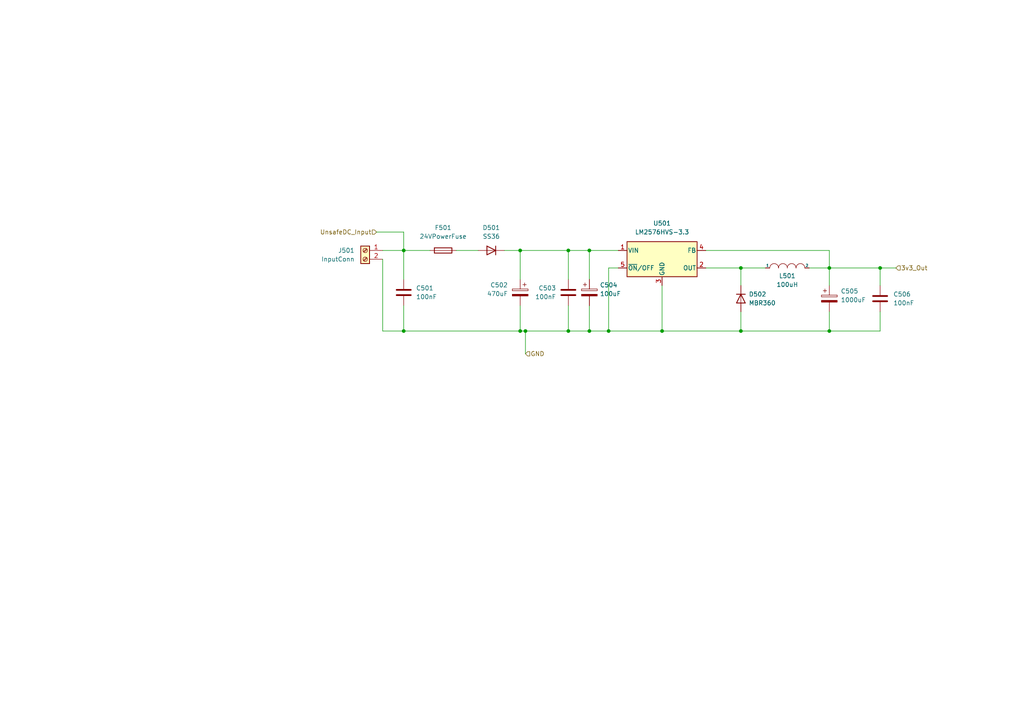
<source format=kicad_sch>
(kicad_sch (version 20211123) (generator eeschema)
  (paper "A4")
  (lib_symbols
    (symbol "Connector:Screw_Terminal_01x02" (pin_names (offset 1.016) hide)
      (property "Reference" "J" (at 0 2.54 0))
      (property "Value" "Screw_Terminal_01x02" (at 0 -5.08 0))
      (symbol "Screw_Terminal_01x02_1_1"
        (rectangle (start -1.27 1.27) (end 1.27 -3.81) (stroke (width 0.254)) (fill (type background)))
        (circle (center 0 -2.54) (radius 0.635) (stroke (width 0.1524)))
        (polyline (pts (xy -0.5334 -2.2098) (xy 0.3302 -3.048)) (stroke (width 0.1524)))
        (polyline (pts (xy -0.5334 0.3302) (xy 0.3302 -0.508)) (stroke (width 0.1524)))
        (polyline (pts (xy -0.3556 -2.032) (xy 0.508 -2.8702)) (stroke (width 0.1524)))
        (polyline (pts (xy -0.3556 0.508) (xy 0.508 -0.3302)) (stroke (width 0.1524)))
        (circle (center 0 0) (radius 0.635) (stroke (width 0.1524)))
        (pin passive line (at -5.08 0 0) (length 3.81) (name "Pin_1") (number "1"))
        (pin passive line (at -5.08 -2.54 0) (length 3.81) (name "Pin_2") (number "2"))
      )
    )
    (symbol "Device:C" (pin_numbers hide) (pin_names (offset 0.254))
      (property "Reference" "C" (at 0.635 2.54 0))
      (property "Value" "C" (at 0.635 -2.54 0))
      (symbol "C_0_1"
        (polyline (pts (xy -2.032 -0.762) (xy 2.032 -0.762)) (stroke (width 0.508)))
        (polyline (pts (xy -2.032 0.762) (xy 2.032 0.762)) (stroke (width 0.508)))
      )
      (symbol "C_1_1"
        (pin passive line (at 0 3.81 270) (length 2.794) (name "~") (number "1"))
        (pin passive line (at 0 -3.81 90) (length 2.794) (name "~") (number "2"))
      )
    )
    (symbol "Device:C_Polarized" (pin_numbers hide) (pin_names (offset 0.254))
      (property "Reference" "C" (at 0.635 2.54 0))
      (property "Value" "C_Polarized" (at 0.635 -2.54 0))
      (symbol "C_Polarized_0_1"
        (rectangle (start -2.286 0.508) (end 2.286 1.016))
        (polyline (pts (xy -1.778 2.286) (xy -0.762 2.286)))
        (polyline (pts (xy -1.27 2.794) (xy -1.27 1.778)))
        (rectangle (start 2.286 -0.508) (end -2.286 -1.016) (fill (type outline)))
      )
      (symbol "C_Polarized_1_1"
        (pin passive line (at 0 3.81 270) (length 2.794) (name "~") (number "1"))
        (pin passive line (at 0 -3.81 90) (length 2.794) (name "~") (number "2"))
      )
    )
    (symbol "Device:Fuse" (pin_numbers hide) (pin_names (offset 0))
      (property "Reference" "F" (at 2.032 0 90))
      (property "Value" "Fuse" (at -1.905 0 90))
      (symbol "Fuse_0_1"
        (rectangle (start -0.762 -2.54) (end 0.762 2.54) (stroke (width 0.254)))
        (polyline (pts (xy 0 2.54) (xy 0 -2.54)))
      )
      (symbol "Fuse_1_1"
        (pin passive line (at 0 3.81 270) (length 1.27) (name "~") (number "1"))
        (pin passive line (at 0 -3.81 90) (length 1.27) (name "~") (number "2"))
      )
    )
    (symbol "Diode:1N4148" (pin_numbers hide) (pin_names (offset 1.016) hide)
      (property "Reference" "D" (at 0 2.54 0))
      (property "Value" "1N4148" (at 0 -2.54 0))
      (symbol "1N4148_0_1"
        (polyline (pts (xy -1.27 1.27) (xy -1.27 -1.27)) (stroke (width 0.254)))
        (polyline (pts (xy 1.27 0) (xy -1.27 0)))
        (polyline (pts (xy 1.27 1.27) (xy 1.27 -1.27) (xy -1.27 0) (xy 1.27 1.27)) (stroke (width 0.254)))
      )
      (symbol "1N4148_1_1"
        (pin passive line (at -3.81 0 0) (length 2.54) (name "K") (number "1"))
        (pin passive line (at 3.81 0 180) (length 2.54) (name "A") (number "2"))
      )
    )
    (symbol "Regulator_Switching:LM2576HVS-3.3" (pin_names (offset 0.254))
      (property "Reference" "U" (at -10.16 6.35 0))
      (property "Value" "LM2576HVS-3.3" (at 0 6.35 0))
      (symbol "LM2576HVS-3.3_0_1"
        (rectangle (start -10.16 5.08) (end 10.16 -5.08) (stroke (width 0.254)) (fill (type background)))
      )
      (symbol "LM2576HVS-3.3_1_1"
        (pin power_in line (at -12.7 2.54 0) (length 2.54) (name "VIN") (number "1"))
        (pin output line (at 12.7 -2.54 180) (length 2.54) (name "OUT") (number "2"))
        (pin power_in line (at 0 -7.62 90) (length 2.54) (name "GND") (number "3"))
        (pin input line (at 12.7 2.54 180) (length 2.54) (name "FB") (number "4"))
        (pin input line (at -12.7 -2.54 0) (length 2.54) (name "~{ON}/OFF") (number "5"))
      )
    )
    (symbol "pspice:INDUCTOR" (pin_numbers hide) (pin_names (offset 0))
      (property "Reference" "L" (at 0 2.54 0))
      (property "Value" "INDUCTOR" (at 0 -1.27 0))
      (symbol "INDUCTOR_0_1"
        (arc (start -2.54 0) (mid -3.81 1.27) (end -5.08 0))
        (arc (start 0 0) (mid -1.27 1.27) (end -2.54 0))
        (arc (start 2.54 0) (mid 1.27 1.27) (end 0 0))
        (arc (start 5.08 0) (mid 3.81 1.27) (end 2.54 0))
      )
      (symbol "INDUCTOR_1_1"
        (pin input line (at -6.35 0 0) (length 1.27) (name "1") (number "1"))
        (pin input line (at 6.35 0 180) (length 1.27) (name "2") (number "2"))
      )
    )
  )
  (junction (at 152.4 96.012))
  (junction (at 150.876 96.012))
  (junction (at 170.942 96.012))
  (junction (at 164.846 72.644))
  (junction (at 164.846 96.012))
  (junction (at 150.876 72.644))
  (junction (at 240.538 77.724))
  (junction (at 192.024 96.012))
  (junction (at 255.27 77.724))
  (junction (at 117.094 72.644))
  (junction (at 214.884 77.724))
  (junction (at 176.53 96.012))
  (junction (at 117.094 96.012))
  (junction (at 214.884 96.012))
  (junction (at 240.538 96.012))
  (junction (at 170.942 72.644))
  (wire (pts (xy 176.53 77.724) (xy 176.53 96.012)))
  (wire (pts (xy 240.538 90.424) (xy 240.538 96.012)))
  (wire (pts (xy 214.884 82.804) (xy 214.884 77.724)))
  (wire (pts (xy 255.27 90.424) (xy 255.27 96.012)))
  (wire (pts (xy 109.22 67.31) (xy 117.094 67.31)))
  (wire (pts (xy 117.094 88.646) (xy 117.094 96.012)))
  (wire (pts (xy 176.53 96.012) (xy 192.024 96.012)))
  (wire (pts (xy 110.998 75.184) (xy 110.998 96.012)))
  (wire (pts (xy 152.4 96.012) (xy 152.4 102.616)))
  (wire (pts (xy 150.876 72.644) (xy 146.304 72.644)))
  (wire (pts (xy 221.996 77.724) (xy 214.884 77.724)))
  (wire (pts (xy 117.094 67.31) (xy 117.094 72.644)))
  (wire (pts (xy 170.942 72.644) (xy 179.324 72.644)))
  (wire (pts (xy 150.876 88.646) (xy 150.876 96.012)))
  (wire (pts (xy 240.538 72.644) (xy 240.538 77.724)))
  (wire (pts (xy 240.538 77.724) (xy 255.27 77.724)))
  (wire (pts (xy 255.27 96.012) (xy 240.538 96.012)))
  (wire (pts (xy 164.846 72.644) (xy 170.942 72.644)))
  (wire (pts (xy 164.846 81.026) (xy 164.846 72.644)))
  (wire (pts (xy 152.4 96.012) (xy 164.846 96.012)))
  (wire (pts (xy 214.884 90.424) (xy 214.884 96.012)))
  (wire (pts (xy 240.538 77.724) (xy 240.538 82.804)))
  (wire (pts (xy 117.094 72.644) (xy 110.998 72.644)))
  (wire (pts (xy 150.876 96.012) (xy 117.094 96.012)))
  (wire (pts (xy 124.714 72.644) (xy 117.094 72.644)))
  (wire (pts (xy 150.876 72.644) (xy 164.846 72.644)))
  (wire (pts (xy 110.998 96.012) (xy 117.094 96.012)))
  (wire (pts (xy 176.53 77.724) (xy 179.324 77.724)))
  (wire (pts (xy 170.942 81.026) (xy 170.942 72.644)))
  (wire (pts (xy 150.876 72.644) (xy 150.876 81.026)))
  (wire (pts (xy 138.684 72.644) (xy 132.334 72.644)))
  (wire (pts (xy 204.724 77.724) (xy 214.884 77.724)))
  (wire (pts (xy 164.846 96.012) (xy 170.942 96.012)))
  (wire (pts (xy 150.876 96.012) (xy 152.4 96.012)))
  (wire (pts (xy 170.942 96.012) (xy 176.53 96.012)))
  (wire (pts (xy 214.884 96.012) (xy 240.538 96.012)))
  (wire (pts (xy 192.024 82.804) (xy 192.024 96.012)))
  (wire (pts (xy 255.27 82.804) (xy 255.27 77.724)))
  (wire (pts (xy 255.27 77.724) (xy 259.842 77.724)))
  (wire (pts (xy 204.724 72.644) (xy 240.538 72.644)))
  (wire (pts (xy 234.696 77.724) (xy 240.538 77.724)))
  (wire (pts (xy 170.942 88.646) (xy 170.942 96.012)))
  (wire (pts (xy 164.846 88.646) (xy 164.846 96.012)))
  (wire (pts (xy 117.094 72.644) (xy 117.094 81.026)))
  (wire (pts (xy 192.024 96.012) (xy 214.884 96.012)))
  (hierarchical_label "GND" (shape input) (at 152.4 102.616 0))
  (hierarchical_label "3v3_Out" (shape input) (at 259.842 77.724 0))
  (hierarchical_label "UnsafeDC_Input" (shape input) (at 109.22 67.31 180))
  (symbol (lib_id "Device:C_Polarized") (at 150.876 84.836 0) (mirror y) (unit 1)
    (property "Reference" "C502" (at 147.32 82.6769 0) (effects (justify left)))
    (property "Value" "470uF" (at 147.32 85.2169 0) (effects (justify left)))
    (property "Footprint" "Capacitor_THT:CP_Radial_D5.0mm_P2.50mm" (effects hide))
  )
  (symbol (lib_id "Device:C") (at 117.094 84.836 0) (mirror y) (unit 1)
    (property "Reference" "C501" (at 120.65 83.5659 0) (effects (justify right)))
    (property "Value" "100nF" (at 120.65 86.1059 0) (effects (justify right)))
    (property "Footprint" "Capacitor_THT:C_Rect_L7.0mm_W2.5mm_P5.00mm" (effects hide))
  )
  (symbol (lib_id "pspice:INDUCTOR") (at 228.346 77.724 0) (unit 1)
    (property "Reference" "L501" (at 228.346 80.01 0))
    (property "Value" "100uH" (at 228.346 82.55 0))
    (property "Footprint" "Inductor_SMD:L_12x12mm_H8mm" (effects hide))
  )
  (symbol (lib_id "Device:Fuse") (at 128.524 72.644 90) (mirror x) (unit 1)
    (property "Reference" "F501" (at 128.524 66.04 90))
    (property "Value" "24VPowerFuse" (at 128.524 68.58 90))
    (property "Footprint" "Resistor_SMD:R_1206_3216Metric" (effects hide))
  )
  (symbol (lib_id "Connector:Screw_Terminal_01x02") (at 105.918 72.644 0) (mirror y) (unit 1)
    (property "Reference" "J501" (at 102.87 72.6439 0) (effects (justify left)))
    (property "Value" "InputConn" (at 102.87 75.1839 0) (effects (justify left)))
    (property "Footprint" "Connector_PinHeader_2.54mm:PinHeader_1x02_P2.54mm_Vertical" (effects hide))
  )
  (symbol (lib_id "Device:C") (at 255.27 86.614 0) (unit 1)
    (property "Reference" "C506" (at 259.08 85.3439 0) (effects (justify left)))
    (property "Value" "100nF" (at 259.08 87.8839 0) (effects (justify left)))
    (property "Footprint" "Capacitor_THT:C_Rect_L7.0mm_W2.5mm_P5.00mm" (effects hide))
  )
  (symbol (lib_id "Diode:1N4148") (at 214.884 86.614 270) (unit 1)
    (property "Reference" "D502" (at 217.17 85.3439 90) (effects (justify left)))
    (property "Value" "MBR360" (at 217.17 87.8839 90) (effects (justify left)))
    (property "Footprint" "Diode_SMD:D_SMA" (effects hide))
    (property "Datasheet" "https://assets.nexperia.com/documents/data-sheet/1N4148_1N4448.pdf" (effects hide))
  )
  (symbol (lib_id "Device:C_Polarized") (at 170.942 84.836 0) (unit 1)
    (property "Reference" "C504" (at 173.99 82.6769 0) (effects (justify left)))
    (property "Value" "100uF" (at 173.99 85.2169 0) (effects (justify left)))
    (property "Footprint" "Capacitor_THT:CP_Radial_D5.0mm_P2.50mm" (effects hide))
  )
  (symbol (lib_id "Regulator_Switching:LM2576HVS-3.3") (at 192.024 75.184 0) (unit 1)
    (property "Reference" "U501" (at 192.024 64.77 0))
    (property "Value" "LM2576HVS-3.3" (at 192.024 67.31 0))
    (property "Footprint" "Package_TO_SOT_SMD:TO-263-5_TabPin3" (effects hide))
    (property "Datasheet" "http://www.ti.com/lit/ds/symlink/lm2576.pdf" (effects hide))
  )
  (symbol (lib_id "Device:C") (at 164.846 84.836 0) (unit 1)
    (property "Reference" "C503" (at 161.29 83.5659 0) (effects (justify right)))
    (property "Value" "100nF" (at 161.29 86.1059 0) (effects (justify right)))
    (property "Footprint" "Capacitor_THT:CP_Radial_D5.0mm_P2.50mm" (effects hide))
  )
  (symbol (lib_id "Device:C_Polarized") (at 240.538 86.614 0) (unit 1)
    (property "Reference" "C505" (at 243.84 84.4549 0) (effects (justify left)))
    (property "Value" "1000uF" (at 243.84 86.9949 0) (effects (justify left)))
    (property "Footprint" "Capacitor_THT:CP_Radial_D5.0mm_P2.50mm" (effects hide))
  )
  (symbol (lib_id "Diode:1N4148") (at 142.494 72.644 0) (mirror y) (unit 1)
    (property "Reference" "D501" (at 142.494 66.04 0))
    (property "Value" "SS36" (at 142.494 68.58 0))
    (property "Footprint" "Diode_SMD:D_SMA" (effects hide))
    (property "Datasheet" "https://assets.nexperia.com/documents/data-sheet/1N4148_1N4448.pdf" (effects hide))
  )
)
</source>
